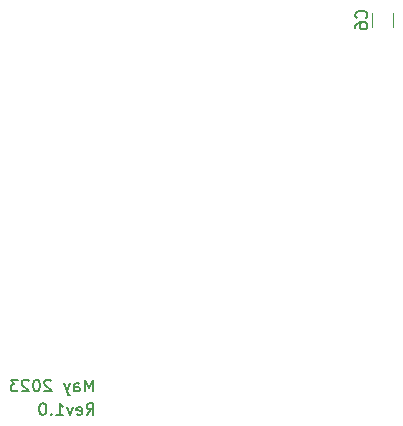
<source format=gbr>
%TF.GenerationSoftware,KiCad,Pcbnew,(5.1.6-0)*%
%TF.CreationDate,2023-05-08T15:40:48-07:00*%
%TF.ProjectId,LM1876x2_bal,4c4d3138-3736-4783-925f-62616c2e6b69,rev?*%
%TF.SameCoordinates,Original*%
%TF.FileFunction,Legend,Bot*%
%TF.FilePolarity,Positive*%
%FSLAX46Y46*%
G04 Gerber Fmt 4.6, Leading zero omitted, Abs format (unit mm)*
G04 Created by KiCad (PCBNEW (5.1.6-0)) date 2023-05-08 15:40:48*
%MOMM*%
%LPD*%
G01*
G04 APERTURE LIST*
%ADD10C,0.150000*%
%ADD11C,0.120000*%
G04 APERTURE END LIST*
D10*
X92190476Y-91702380D02*
X92523809Y-91226190D01*
X92761904Y-91702380D02*
X92761904Y-90702380D01*
X92380952Y-90702380D01*
X92285714Y-90750000D01*
X92238095Y-90797619D01*
X92190476Y-90892857D01*
X92190476Y-91035714D01*
X92238095Y-91130952D01*
X92285714Y-91178571D01*
X92380952Y-91226190D01*
X92761904Y-91226190D01*
X91380952Y-91654761D02*
X91476190Y-91702380D01*
X91666666Y-91702380D01*
X91761904Y-91654761D01*
X91809523Y-91559523D01*
X91809523Y-91178571D01*
X91761904Y-91083333D01*
X91666666Y-91035714D01*
X91476190Y-91035714D01*
X91380952Y-91083333D01*
X91333333Y-91178571D01*
X91333333Y-91273809D01*
X91809523Y-91369047D01*
X91000000Y-91035714D02*
X90761904Y-91702380D01*
X90523809Y-91035714D01*
X89619047Y-91702380D02*
X90190476Y-91702380D01*
X89904761Y-91702380D02*
X89904761Y-90702380D01*
X90000000Y-90845238D01*
X90095238Y-90940476D01*
X90190476Y-90988095D01*
X89190476Y-91607142D02*
X89142857Y-91654761D01*
X89190476Y-91702380D01*
X89238095Y-91654761D01*
X89190476Y-91607142D01*
X89190476Y-91702380D01*
X88523809Y-90702380D02*
X88428571Y-90702380D01*
X88333333Y-90750000D01*
X88285714Y-90797619D01*
X88238095Y-90892857D01*
X88190476Y-91083333D01*
X88190476Y-91321428D01*
X88238095Y-91511904D01*
X88285714Y-91607142D01*
X88333333Y-91654761D01*
X88428571Y-91702380D01*
X88523809Y-91702380D01*
X88619047Y-91654761D01*
X88666666Y-91607142D01*
X88714285Y-91511904D01*
X88761904Y-91321428D01*
X88761904Y-91083333D01*
X88714285Y-90892857D01*
X88666666Y-90797619D01*
X88619047Y-90750000D01*
X88523809Y-90702380D01*
X92702380Y-89702380D02*
X92702380Y-88702380D01*
X92369047Y-89416666D01*
X92035714Y-88702380D01*
X92035714Y-89702380D01*
X91130952Y-89702380D02*
X91130952Y-89178571D01*
X91178571Y-89083333D01*
X91273809Y-89035714D01*
X91464285Y-89035714D01*
X91559523Y-89083333D01*
X91130952Y-89654761D02*
X91226190Y-89702380D01*
X91464285Y-89702380D01*
X91559523Y-89654761D01*
X91607142Y-89559523D01*
X91607142Y-89464285D01*
X91559523Y-89369047D01*
X91464285Y-89321428D01*
X91226190Y-89321428D01*
X91130952Y-89273809D01*
X90750000Y-89035714D02*
X90511904Y-89702380D01*
X90273809Y-89035714D02*
X90511904Y-89702380D01*
X90607142Y-89940476D01*
X90654761Y-89988095D01*
X90750000Y-90035714D01*
X89178571Y-88797619D02*
X89130952Y-88750000D01*
X89035714Y-88702380D01*
X88797619Y-88702380D01*
X88702380Y-88750000D01*
X88654761Y-88797619D01*
X88607142Y-88892857D01*
X88607142Y-88988095D01*
X88654761Y-89130952D01*
X89226190Y-89702380D01*
X88607142Y-89702380D01*
X87988095Y-88702380D02*
X87892857Y-88702380D01*
X87797619Y-88750000D01*
X87750000Y-88797619D01*
X87702380Y-88892857D01*
X87654761Y-89083333D01*
X87654761Y-89321428D01*
X87702380Y-89511904D01*
X87750000Y-89607142D01*
X87797619Y-89654761D01*
X87892857Y-89702380D01*
X87988095Y-89702380D01*
X88083333Y-89654761D01*
X88130952Y-89607142D01*
X88178571Y-89511904D01*
X88226190Y-89321428D01*
X88226190Y-89083333D01*
X88178571Y-88892857D01*
X88130952Y-88797619D01*
X88083333Y-88750000D01*
X87988095Y-88702380D01*
X87273809Y-88797619D02*
X87226190Y-88750000D01*
X87130952Y-88702380D01*
X86892857Y-88702380D01*
X86797619Y-88750000D01*
X86750000Y-88797619D01*
X86702380Y-88892857D01*
X86702380Y-88988095D01*
X86750000Y-89130952D01*
X87321428Y-89702380D01*
X86702380Y-89702380D01*
X86369047Y-88702380D02*
X85750000Y-88702380D01*
X86083333Y-89083333D01*
X85940476Y-89083333D01*
X85845238Y-89130952D01*
X85797619Y-89178571D01*
X85750000Y-89273809D01*
X85750000Y-89511904D01*
X85797619Y-89607142D01*
X85845238Y-89654761D01*
X85940476Y-89702380D01*
X86226190Y-89702380D01*
X86321428Y-89654761D01*
X86369047Y-89607142D01*
D11*
%TO.C,C6*%
X118160000Y-57647936D02*
X118160000Y-58852064D01*
X116340000Y-57647936D02*
X116340000Y-58852064D01*
D10*
X115857142Y-58083333D02*
X115904761Y-58035714D01*
X115952380Y-57892857D01*
X115952380Y-57797619D01*
X115904761Y-57654761D01*
X115809523Y-57559523D01*
X115714285Y-57511904D01*
X115523809Y-57464285D01*
X115380952Y-57464285D01*
X115190476Y-57511904D01*
X115095238Y-57559523D01*
X115000000Y-57654761D01*
X114952380Y-57797619D01*
X114952380Y-57892857D01*
X115000000Y-58035714D01*
X115047619Y-58083333D01*
X114952380Y-58940476D02*
X114952380Y-58750000D01*
X115000000Y-58654761D01*
X115047619Y-58607142D01*
X115190476Y-58511904D01*
X115380952Y-58464285D01*
X115761904Y-58464285D01*
X115857142Y-58511904D01*
X115904761Y-58559523D01*
X115952380Y-58654761D01*
X115952380Y-58845238D01*
X115904761Y-58940476D01*
X115857142Y-58988095D01*
X115761904Y-59035714D01*
X115523809Y-59035714D01*
X115428571Y-58988095D01*
X115380952Y-58940476D01*
X115333333Y-58845238D01*
X115333333Y-58654761D01*
X115380952Y-58559523D01*
X115428571Y-58511904D01*
X115523809Y-58464285D01*
%TD*%
M02*

</source>
